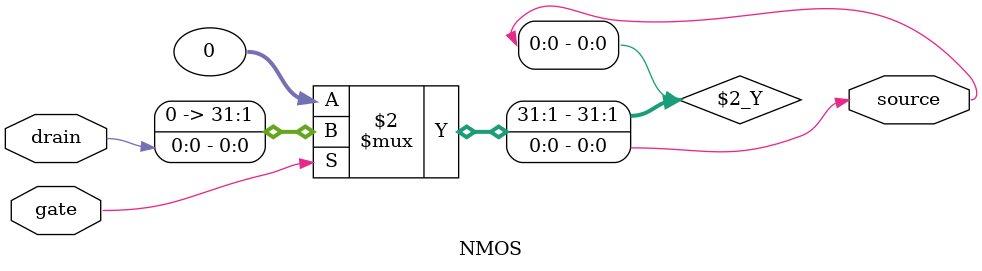
<source format=v>
module NMOS (
	input gate,
	input drain,
    output source
);

	assign source = gate ? drain : 0;
	
endmodule
</source>
